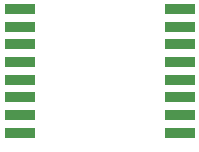
<source format=gbp>
G04*
G04 #@! TF.GenerationSoftware,Altium Limited,Altium Designer,18.1.1 (9)*
G04*
G04 Layer_Color=128*
%FSLAX23Y23*%
%MOIN*%
G70*
G01*
G75*
%ADD86R,0.102X0.035*%
G04:AMPARAMS|DCode=87|XSize=102mil|YSize=35mil|CornerRadius=9mil|HoleSize=0mil|Usage=FLASHONLY|Rotation=180.000|XOffset=0mil|YOffset=0mil|HoleType=Round|Shape=RoundedRectangle|*
%AMROUNDEDRECTD87*
21,1,0.102,0.018,0,0,180.0*
21,1,0.085,0.035,0,0,180.0*
1,1,0.018,-0.042,0.009*
1,1,0.018,0.042,0.009*
1,1,0.018,0.042,-0.009*
1,1,0.018,-0.042,-0.009*
%
%ADD87ROUNDEDRECTD87*%
D86*
X1250Y217D02*
D03*
Y276D02*
D03*
Y335D02*
D03*
Y394D02*
D03*
Y453D02*
D03*
Y512D02*
D03*
Y571D02*
D03*
Y630D02*
D03*
X719D02*
D03*
Y571D02*
D03*
Y512D02*
D03*
Y453D02*
D03*
Y394D02*
D03*
Y335D02*
D03*
Y276D02*
D03*
D87*
Y217D02*
D03*
M02*

</source>
